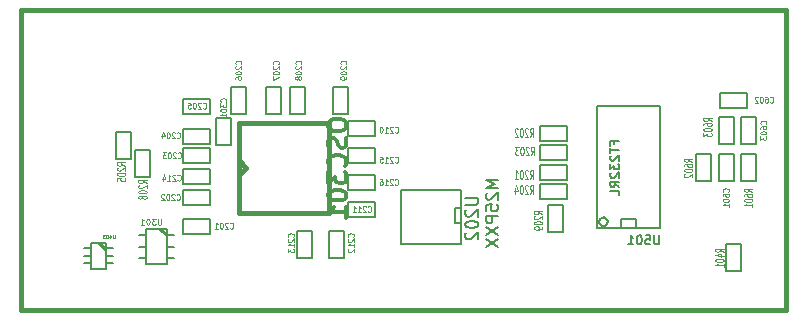
<source format=gbo>
G04 (created by PCBNEW-RS274X (2012-01-19 BZR 3256)-stable) date Wed 20 Feb 2013 03:59:13 PM COT*
G01*
G70*
G90*
%MOIN*%
G04 Gerber Fmt 3.4, Leading zero omitted, Abs format*
%FSLAX34Y34*%
G04 APERTURE LIST*
%ADD10C,0.006000*%
%ADD11C,0.015000*%
%ADD12C,0.005000*%
%ADD13C,0.004500*%
%ADD14C,0.012000*%
%ADD15C,0.002400*%
%ADD16C,0.003900*%
G04 APERTURE END LIST*
G54D10*
G54D11*
X44250Y-31250D02*
X44250Y-21250D01*
X69750Y-31250D02*
X44250Y-31250D01*
X69750Y-21250D02*
X69750Y-31250D01*
X44250Y-21250D02*
X69750Y-21250D01*
G54D12*
X61550Y-27550D02*
X62450Y-27550D01*
X62450Y-27550D02*
X62450Y-27050D01*
X62450Y-27050D02*
X61550Y-27050D01*
X61550Y-27050D02*
X61550Y-27550D01*
X47900Y-26200D02*
X47900Y-25300D01*
X47900Y-25300D02*
X47400Y-25300D01*
X47400Y-25300D02*
X47400Y-26200D01*
X47400Y-26200D02*
X47900Y-26200D01*
X48550Y-26800D02*
X48550Y-25900D01*
X48550Y-25900D02*
X48050Y-25900D01*
X48050Y-25900D02*
X48050Y-26800D01*
X48050Y-26800D02*
X48550Y-26800D01*
X61800Y-27750D02*
X61800Y-28650D01*
X61800Y-28650D02*
X62300Y-28650D01*
X62300Y-28650D02*
X62300Y-27750D01*
X62300Y-27750D02*
X61800Y-27750D01*
X67750Y-29050D02*
X67750Y-29950D01*
X67750Y-29950D02*
X68250Y-29950D01*
X68250Y-29950D02*
X68250Y-29050D01*
X68250Y-29050D02*
X67750Y-29050D01*
X68750Y-26950D02*
X68750Y-26050D01*
X68750Y-26050D02*
X68250Y-26050D01*
X68250Y-26050D02*
X68250Y-26950D01*
X68250Y-26950D02*
X68750Y-26950D01*
X66750Y-26050D02*
X66750Y-26950D01*
X66750Y-26950D02*
X67250Y-26950D01*
X67250Y-26950D02*
X67250Y-26050D01*
X67250Y-26050D02*
X66750Y-26050D01*
X67500Y-24800D02*
X67500Y-25700D01*
X67500Y-25700D02*
X68000Y-25700D01*
X68000Y-25700D02*
X68000Y-24800D01*
X68000Y-24800D02*
X67500Y-24800D01*
X68250Y-24800D02*
X68250Y-25700D01*
X68250Y-25700D02*
X68750Y-25700D01*
X68750Y-25700D02*
X68750Y-24800D01*
X68750Y-24800D02*
X68250Y-24800D01*
X67550Y-24500D02*
X68450Y-24500D01*
X68450Y-24500D02*
X68450Y-24000D01*
X68450Y-24000D02*
X67550Y-24000D01*
X67550Y-24000D02*
X67550Y-24500D01*
X67500Y-26050D02*
X67500Y-26950D01*
X67500Y-26950D02*
X68000Y-26950D01*
X68000Y-26950D02*
X68000Y-26050D01*
X68000Y-26050D02*
X67500Y-26050D01*
X50550Y-28200D02*
X49650Y-28200D01*
X49650Y-28200D02*
X49650Y-28700D01*
X49650Y-28700D02*
X50550Y-28700D01*
X50550Y-28700D02*
X50550Y-28200D01*
X50550Y-27250D02*
X49650Y-27250D01*
X49650Y-27250D02*
X49650Y-27750D01*
X49650Y-27750D02*
X50550Y-27750D01*
X50550Y-27750D02*
X50550Y-27250D01*
X50550Y-25850D02*
X49650Y-25850D01*
X49650Y-25850D02*
X49650Y-26350D01*
X49650Y-26350D02*
X50550Y-26350D01*
X50550Y-26350D02*
X50550Y-25850D01*
X50550Y-25200D02*
X49650Y-25200D01*
X49650Y-25200D02*
X49650Y-25700D01*
X49650Y-25700D02*
X50550Y-25700D01*
X50550Y-25700D02*
X50550Y-25200D01*
X50550Y-24200D02*
X49650Y-24200D01*
X49650Y-24200D02*
X49650Y-24700D01*
X49650Y-24700D02*
X50550Y-24700D01*
X50550Y-24700D02*
X50550Y-24200D01*
X51250Y-23800D02*
X51250Y-24700D01*
X51250Y-24700D02*
X51750Y-24700D01*
X51750Y-24700D02*
X51750Y-23800D01*
X51750Y-23800D02*
X51250Y-23800D01*
X52400Y-23800D02*
X52400Y-24700D01*
X52400Y-24700D02*
X52900Y-24700D01*
X52900Y-24700D02*
X52900Y-23800D01*
X52900Y-23800D02*
X52400Y-23800D01*
X53200Y-23800D02*
X53200Y-24700D01*
X53200Y-24700D02*
X53700Y-24700D01*
X53700Y-24700D02*
X53700Y-23800D01*
X53700Y-23800D02*
X53200Y-23800D01*
X54650Y-23800D02*
X54650Y-24700D01*
X54650Y-24700D02*
X55150Y-24700D01*
X55150Y-24700D02*
X55150Y-23800D01*
X55150Y-23800D02*
X54650Y-23800D01*
X56050Y-24950D02*
X55150Y-24950D01*
X55150Y-24950D02*
X55150Y-25450D01*
X55150Y-25450D02*
X56050Y-25450D01*
X56050Y-25450D02*
X56050Y-24950D01*
X56050Y-27650D02*
X55150Y-27650D01*
X55150Y-27650D02*
X55150Y-28150D01*
X55150Y-28150D02*
X56050Y-28150D01*
X56050Y-28150D02*
X56050Y-27650D01*
X55000Y-29500D02*
X55000Y-28600D01*
X55000Y-28600D02*
X54500Y-28600D01*
X54500Y-28600D02*
X54500Y-29500D01*
X54500Y-29500D02*
X55000Y-29500D01*
X53950Y-29500D02*
X53950Y-28600D01*
X53950Y-28600D02*
X53450Y-28600D01*
X53450Y-28600D02*
X53450Y-29500D01*
X53450Y-29500D02*
X53950Y-29500D01*
X50550Y-26550D02*
X49650Y-26550D01*
X49650Y-26550D02*
X49650Y-27050D01*
X49650Y-27050D02*
X50550Y-27050D01*
X50550Y-27050D02*
X50550Y-26550D01*
X56050Y-25850D02*
X55150Y-25850D01*
X55150Y-25850D02*
X55150Y-26350D01*
X55150Y-26350D02*
X56050Y-26350D01*
X56050Y-26350D02*
X56050Y-25850D01*
X56050Y-26750D02*
X55150Y-26750D01*
X55150Y-26750D02*
X55150Y-27250D01*
X55150Y-27250D02*
X56050Y-27250D01*
X56050Y-27250D02*
X56050Y-26750D01*
X58900Y-27250D02*
X56900Y-27250D01*
X56900Y-27250D02*
X56900Y-29050D01*
X56900Y-29050D02*
X58900Y-29050D01*
X58900Y-29050D02*
X58900Y-27250D01*
X58900Y-27850D02*
X58700Y-27850D01*
X58700Y-27850D02*
X58700Y-28350D01*
X58700Y-28350D02*
X58900Y-28350D01*
X61550Y-26900D02*
X62450Y-26900D01*
X62450Y-26900D02*
X62450Y-26400D01*
X62450Y-26400D02*
X61550Y-26400D01*
X61550Y-26400D02*
X61550Y-26900D01*
X61550Y-25600D02*
X62450Y-25600D01*
X62450Y-25600D02*
X62450Y-25100D01*
X62450Y-25100D02*
X61550Y-25100D01*
X61550Y-25100D02*
X61550Y-25600D01*
X61550Y-26250D02*
X62450Y-26250D01*
X62450Y-26250D02*
X62450Y-25750D01*
X62450Y-25750D02*
X61550Y-25750D01*
X61550Y-25750D02*
X61550Y-26250D01*
X51250Y-25750D02*
X51250Y-24850D01*
X51250Y-24850D02*
X50750Y-24850D01*
X50750Y-24850D02*
X50750Y-25750D01*
X50750Y-25750D02*
X51250Y-25750D01*
G54D11*
X51500Y-26250D02*
X51750Y-26500D01*
X51750Y-26500D02*
X51500Y-26750D01*
X51500Y-26250D02*
X51500Y-26750D01*
X51500Y-25000D02*
X51500Y-28000D01*
X51500Y-28000D02*
X54500Y-28000D01*
X54500Y-28000D02*
X54500Y-25000D01*
X54500Y-25000D02*
X51500Y-25000D01*
G54D12*
X63791Y-28300D02*
X63788Y-28327D01*
X63780Y-28353D01*
X63767Y-28378D01*
X63750Y-28399D01*
X63728Y-28416D01*
X63704Y-28429D01*
X63678Y-28438D01*
X63650Y-28440D01*
X63624Y-28438D01*
X63598Y-28430D01*
X63573Y-28417D01*
X63552Y-28400D01*
X63534Y-28379D01*
X63521Y-28355D01*
X63513Y-28329D01*
X63510Y-28301D01*
X63512Y-28275D01*
X63519Y-28249D01*
X63532Y-28224D01*
X63549Y-28203D01*
X63570Y-28185D01*
X63594Y-28171D01*
X63620Y-28163D01*
X63648Y-28160D01*
X63674Y-28162D01*
X63700Y-28169D01*
X63725Y-28181D01*
X63747Y-28198D01*
X63765Y-28219D01*
X63778Y-28243D01*
X63787Y-28269D01*
X63790Y-28297D01*
X63791Y-28300D01*
X64750Y-28500D02*
X64750Y-28200D01*
X64750Y-28200D02*
X64250Y-28200D01*
X64250Y-28200D02*
X64250Y-28500D01*
X63450Y-24450D02*
X63450Y-28500D01*
X65550Y-28500D02*
X65550Y-24450D01*
X65550Y-28500D02*
X63450Y-28500D01*
X65550Y-24450D02*
X63450Y-24450D01*
X46555Y-29440D02*
X46335Y-29440D01*
X47065Y-29265D02*
X46805Y-29005D01*
X47065Y-29205D02*
X46870Y-29005D01*
X46555Y-29695D02*
X46335Y-29695D01*
X46555Y-29185D02*
X46335Y-29185D01*
X47065Y-29440D02*
X47285Y-29440D01*
X47065Y-29695D02*
X47285Y-29695D01*
X47065Y-29185D02*
X47285Y-29185D01*
X46555Y-29005D02*
X46555Y-29875D01*
X46555Y-29875D02*
X47065Y-29875D01*
X47065Y-29875D02*
X47065Y-29005D01*
X47065Y-29005D02*
X46555Y-29005D01*
X49085Y-29721D02*
X49085Y-28539D01*
X49085Y-28539D02*
X48415Y-28539D01*
X48415Y-28539D02*
X48415Y-29721D01*
X48415Y-29721D02*
X49085Y-29721D01*
X49084Y-28795D02*
X48829Y-28540D01*
X49084Y-28735D02*
X48889Y-28540D01*
X48412Y-29130D02*
X48152Y-29130D01*
X48412Y-29505D02*
X48152Y-29505D01*
X48412Y-28755D02*
X48152Y-28755D01*
X49088Y-29130D02*
X49348Y-29130D01*
X49088Y-29505D02*
X49348Y-29505D01*
X49088Y-28755D02*
X49348Y-28755D01*
G54D13*
X61200Y-27363D02*
X61260Y-27230D01*
X61303Y-27363D02*
X61303Y-27083D01*
X61235Y-27083D01*
X61217Y-27097D01*
X61209Y-27110D01*
X61200Y-27137D01*
X61200Y-27177D01*
X61209Y-27203D01*
X61217Y-27217D01*
X61235Y-27230D01*
X61303Y-27230D01*
X61132Y-27110D02*
X61123Y-27097D01*
X61106Y-27083D01*
X61063Y-27083D01*
X61046Y-27097D01*
X61037Y-27110D01*
X61029Y-27137D01*
X61029Y-27163D01*
X61037Y-27203D01*
X61140Y-27363D01*
X61029Y-27363D01*
X60918Y-27083D02*
X60901Y-27083D01*
X60884Y-27097D01*
X60875Y-27110D01*
X60866Y-27137D01*
X60858Y-27190D01*
X60858Y-27257D01*
X60866Y-27310D01*
X60875Y-27337D01*
X60884Y-27350D01*
X60901Y-27363D01*
X60918Y-27363D01*
X60935Y-27350D01*
X60944Y-27337D01*
X60952Y-27310D01*
X60961Y-27257D01*
X60961Y-27190D01*
X60952Y-27137D01*
X60944Y-27110D01*
X60935Y-27097D01*
X60918Y-27083D01*
X60704Y-27177D02*
X60704Y-27363D01*
X60747Y-27070D02*
X60790Y-27270D01*
X60678Y-27270D01*
X47713Y-26430D02*
X47580Y-26370D01*
X47713Y-26327D02*
X47433Y-26327D01*
X47433Y-26395D01*
X47447Y-26413D01*
X47460Y-26421D01*
X47487Y-26430D01*
X47527Y-26430D01*
X47553Y-26421D01*
X47567Y-26413D01*
X47580Y-26395D01*
X47580Y-26327D01*
X47460Y-26498D02*
X47447Y-26507D01*
X47433Y-26524D01*
X47433Y-26567D01*
X47447Y-26584D01*
X47460Y-26593D01*
X47487Y-26601D01*
X47513Y-26601D01*
X47553Y-26593D01*
X47713Y-26490D01*
X47713Y-26601D01*
X47433Y-26712D02*
X47433Y-26729D01*
X47447Y-26746D01*
X47460Y-26755D01*
X47487Y-26764D01*
X47540Y-26772D01*
X47607Y-26772D01*
X47660Y-26764D01*
X47687Y-26755D01*
X47700Y-26746D01*
X47713Y-26729D01*
X47713Y-26712D01*
X47700Y-26695D01*
X47687Y-26686D01*
X47660Y-26678D01*
X47607Y-26669D01*
X47540Y-26669D01*
X47487Y-26678D01*
X47460Y-26686D01*
X47447Y-26695D01*
X47433Y-26712D01*
X47433Y-26935D02*
X47433Y-26849D01*
X47567Y-26840D01*
X47553Y-26849D01*
X47540Y-26866D01*
X47540Y-26909D01*
X47553Y-26926D01*
X47567Y-26935D01*
X47593Y-26943D01*
X47660Y-26943D01*
X47687Y-26935D01*
X47700Y-26926D01*
X47713Y-26909D01*
X47713Y-26866D01*
X47700Y-26849D01*
X47687Y-26840D01*
X48423Y-27020D02*
X48290Y-26960D01*
X48423Y-26917D02*
X48143Y-26917D01*
X48143Y-26985D01*
X48157Y-27003D01*
X48170Y-27011D01*
X48197Y-27020D01*
X48237Y-27020D01*
X48263Y-27011D01*
X48277Y-27003D01*
X48290Y-26985D01*
X48290Y-26917D01*
X48170Y-27088D02*
X48157Y-27097D01*
X48143Y-27114D01*
X48143Y-27157D01*
X48157Y-27174D01*
X48170Y-27183D01*
X48197Y-27191D01*
X48223Y-27191D01*
X48263Y-27183D01*
X48423Y-27080D01*
X48423Y-27191D01*
X48143Y-27302D02*
X48143Y-27319D01*
X48157Y-27336D01*
X48170Y-27345D01*
X48197Y-27354D01*
X48250Y-27362D01*
X48317Y-27362D01*
X48370Y-27354D01*
X48397Y-27345D01*
X48410Y-27336D01*
X48423Y-27319D01*
X48423Y-27302D01*
X48410Y-27285D01*
X48397Y-27276D01*
X48370Y-27268D01*
X48317Y-27259D01*
X48250Y-27259D01*
X48197Y-27268D01*
X48170Y-27276D01*
X48157Y-27285D01*
X48143Y-27302D01*
X48263Y-27465D02*
X48250Y-27447D01*
X48237Y-27439D01*
X48210Y-27430D01*
X48197Y-27430D01*
X48170Y-27439D01*
X48157Y-27447D01*
X48143Y-27465D01*
X48143Y-27499D01*
X48157Y-27516D01*
X48170Y-27525D01*
X48197Y-27533D01*
X48210Y-27533D01*
X48237Y-27525D01*
X48250Y-27516D01*
X48263Y-27499D01*
X48263Y-27465D01*
X48277Y-27447D01*
X48290Y-27439D01*
X48317Y-27430D01*
X48370Y-27430D01*
X48397Y-27439D01*
X48410Y-27447D01*
X48423Y-27465D01*
X48423Y-27499D01*
X48410Y-27516D01*
X48397Y-27525D01*
X48370Y-27533D01*
X48317Y-27533D01*
X48290Y-27525D01*
X48277Y-27516D01*
X48263Y-27499D01*
X61613Y-28050D02*
X61480Y-27990D01*
X61613Y-27947D02*
X61333Y-27947D01*
X61333Y-28015D01*
X61347Y-28033D01*
X61360Y-28041D01*
X61387Y-28050D01*
X61427Y-28050D01*
X61453Y-28041D01*
X61467Y-28033D01*
X61480Y-28015D01*
X61480Y-27947D01*
X61360Y-28118D02*
X61347Y-28127D01*
X61333Y-28144D01*
X61333Y-28187D01*
X61347Y-28204D01*
X61360Y-28213D01*
X61387Y-28221D01*
X61413Y-28221D01*
X61453Y-28213D01*
X61613Y-28110D01*
X61613Y-28221D01*
X61333Y-28332D02*
X61333Y-28349D01*
X61347Y-28366D01*
X61360Y-28375D01*
X61387Y-28384D01*
X61440Y-28392D01*
X61507Y-28392D01*
X61560Y-28384D01*
X61587Y-28375D01*
X61600Y-28366D01*
X61613Y-28349D01*
X61613Y-28332D01*
X61600Y-28315D01*
X61587Y-28306D01*
X61560Y-28298D01*
X61507Y-28289D01*
X61440Y-28289D01*
X61387Y-28298D01*
X61360Y-28306D01*
X61347Y-28315D01*
X61333Y-28332D01*
X61613Y-28477D02*
X61613Y-28512D01*
X61600Y-28529D01*
X61587Y-28537D01*
X61547Y-28555D01*
X61493Y-28563D01*
X61387Y-28563D01*
X61360Y-28555D01*
X61347Y-28546D01*
X61333Y-28529D01*
X61333Y-28495D01*
X61347Y-28477D01*
X61360Y-28469D01*
X61387Y-28460D01*
X61453Y-28460D01*
X61480Y-28469D01*
X61493Y-28477D01*
X61507Y-28495D01*
X61507Y-28529D01*
X61493Y-28546D01*
X61480Y-28555D01*
X61453Y-28563D01*
X67663Y-29300D02*
X67530Y-29240D01*
X67663Y-29197D02*
X67383Y-29197D01*
X67383Y-29265D01*
X67397Y-29283D01*
X67410Y-29291D01*
X67437Y-29300D01*
X67477Y-29300D01*
X67503Y-29291D01*
X67517Y-29283D01*
X67530Y-29265D01*
X67530Y-29197D01*
X67477Y-29454D02*
X67663Y-29454D01*
X67370Y-29411D02*
X67570Y-29368D01*
X67570Y-29480D01*
X67383Y-29582D02*
X67383Y-29599D01*
X67397Y-29616D01*
X67410Y-29625D01*
X67437Y-29634D01*
X67490Y-29642D01*
X67557Y-29642D01*
X67610Y-29634D01*
X67637Y-29625D01*
X67650Y-29616D01*
X67663Y-29599D01*
X67663Y-29582D01*
X67650Y-29565D01*
X67637Y-29556D01*
X67610Y-29548D01*
X67557Y-29539D01*
X67490Y-29539D01*
X67437Y-29548D01*
X67410Y-29556D01*
X67397Y-29565D01*
X67383Y-29582D01*
X67663Y-29813D02*
X67663Y-29710D01*
X67663Y-29762D02*
X67383Y-29762D01*
X67423Y-29745D01*
X67450Y-29727D01*
X67463Y-29710D01*
X68613Y-27300D02*
X68480Y-27240D01*
X68613Y-27197D02*
X68333Y-27197D01*
X68333Y-27265D01*
X68347Y-27283D01*
X68360Y-27291D01*
X68387Y-27300D01*
X68427Y-27300D01*
X68453Y-27291D01*
X68467Y-27283D01*
X68480Y-27265D01*
X68480Y-27197D01*
X68333Y-27454D02*
X68333Y-27420D01*
X68347Y-27403D01*
X68360Y-27394D01*
X68400Y-27377D01*
X68453Y-27368D01*
X68560Y-27368D01*
X68587Y-27377D01*
X68600Y-27385D01*
X68613Y-27403D01*
X68613Y-27437D01*
X68600Y-27454D01*
X68587Y-27463D01*
X68560Y-27471D01*
X68493Y-27471D01*
X68467Y-27463D01*
X68453Y-27454D01*
X68440Y-27437D01*
X68440Y-27403D01*
X68453Y-27385D01*
X68467Y-27377D01*
X68493Y-27368D01*
X68333Y-27582D02*
X68333Y-27599D01*
X68347Y-27616D01*
X68360Y-27625D01*
X68387Y-27634D01*
X68440Y-27642D01*
X68507Y-27642D01*
X68560Y-27634D01*
X68587Y-27625D01*
X68600Y-27616D01*
X68613Y-27599D01*
X68613Y-27582D01*
X68600Y-27565D01*
X68587Y-27556D01*
X68560Y-27548D01*
X68507Y-27539D01*
X68440Y-27539D01*
X68387Y-27548D01*
X68360Y-27556D01*
X68347Y-27565D01*
X68333Y-27582D01*
X68613Y-27813D02*
X68613Y-27710D01*
X68613Y-27762D02*
X68333Y-27762D01*
X68373Y-27745D01*
X68400Y-27727D01*
X68413Y-27710D01*
X66613Y-26300D02*
X66480Y-26240D01*
X66613Y-26197D02*
X66333Y-26197D01*
X66333Y-26265D01*
X66347Y-26283D01*
X66360Y-26291D01*
X66387Y-26300D01*
X66427Y-26300D01*
X66453Y-26291D01*
X66467Y-26283D01*
X66480Y-26265D01*
X66480Y-26197D01*
X66333Y-26454D02*
X66333Y-26420D01*
X66347Y-26403D01*
X66360Y-26394D01*
X66400Y-26377D01*
X66453Y-26368D01*
X66560Y-26368D01*
X66587Y-26377D01*
X66600Y-26385D01*
X66613Y-26403D01*
X66613Y-26437D01*
X66600Y-26454D01*
X66587Y-26463D01*
X66560Y-26471D01*
X66493Y-26471D01*
X66467Y-26463D01*
X66453Y-26454D01*
X66440Y-26437D01*
X66440Y-26403D01*
X66453Y-26385D01*
X66467Y-26377D01*
X66493Y-26368D01*
X66333Y-26582D02*
X66333Y-26599D01*
X66347Y-26616D01*
X66360Y-26625D01*
X66387Y-26634D01*
X66440Y-26642D01*
X66507Y-26642D01*
X66560Y-26634D01*
X66587Y-26625D01*
X66600Y-26616D01*
X66613Y-26599D01*
X66613Y-26582D01*
X66600Y-26565D01*
X66587Y-26556D01*
X66560Y-26548D01*
X66507Y-26539D01*
X66440Y-26539D01*
X66387Y-26548D01*
X66360Y-26556D01*
X66347Y-26565D01*
X66333Y-26582D01*
X66360Y-26710D02*
X66347Y-26719D01*
X66333Y-26736D01*
X66333Y-26779D01*
X66347Y-26796D01*
X66360Y-26805D01*
X66387Y-26813D01*
X66413Y-26813D01*
X66453Y-26805D01*
X66613Y-26702D01*
X66613Y-26813D01*
X67263Y-24940D02*
X67130Y-24880D01*
X67263Y-24837D02*
X66983Y-24837D01*
X66983Y-24905D01*
X66997Y-24923D01*
X67010Y-24931D01*
X67037Y-24940D01*
X67077Y-24940D01*
X67103Y-24931D01*
X67117Y-24923D01*
X67130Y-24905D01*
X67130Y-24837D01*
X66983Y-25094D02*
X66983Y-25060D01*
X66997Y-25043D01*
X67010Y-25034D01*
X67050Y-25017D01*
X67103Y-25008D01*
X67210Y-25008D01*
X67237Y-25017D01*
X67250Y-25025D01*
X67263Y-25043D01*
X67263Y-25077D01*
X67250Y-25094D01*
X67237Y-25103D01*
X67210Y-25111D01*
X67143Y-25111D01*
X67117Y-25103D01*
X67103Y-25094D01*
X67090Y-25077D01*
X67090Y-25043D01*
X67103Y-25025D01*
X67117Y-25017D01*
X67143Y-25008D01*
X66983Y-25222D02*
X66983Y-25239D01*
X66997Y-25256D01*
X67010Y-25265D01*
X67037Y-25274D01*
X67090Y-25282D01*
X67157Y-25282D01*
X67210Y-25274D01*
X67237Y-25265D01*
X67250Y-25256D01*
X67263Y-25239D01*
X67263Y-25222D01*
X67250Y-25205D01*
X67237Y-25196D01*
X67210Y-25188D01*
X67157Y-25179D01*
X67090Y-25179D01*
X67037Y-25188D01*
X67010Y-25196D01*
X66997Y-25205D01*
X66983Y-25222D01*
X66983Y-25342D02*
X66983Y-25453D01*
X67090Y-25393D01*
X67090Y-25419D01*
X67103Y-25436D01*
X67117Y-25445D01*
X67143Y-25453D01*
X67210Y-25453D01*
X67237Y-25445D01*
X67250Y-25436D01*
X67263Y-25419D01*
X67263Y-25367D01*
X67250Y-25350D01*
X67237Y-25342D01*
X69062Y-25050D02*
X69071Y-25041D01*
X69081Y-25015D01*
X69081Y-24998D01*
X69071Y-24973D01*
X69052Y-24955D01*
X69033Y-24947D01*
X68995Y-24938D01*
X68967Y-24938D01*
X68929Y-24947D01*
X68910Y-24955D01*
X68890Y-24973D01*
X68881Y-24998D01*
X68881Y-25015D01*
X68890Y-25041D01*
X68900Y-25050D01*
X68881Y-25204D02*
X68881Y-25170D01*
X68890Y-25153D01*
X68900Y-25144D01*
X68929Y-25127D01*
X68967Y-25118D01*
X69043Y-25118D01*
X69062Y-25127D01*
X69071Y-25135D01*
X69081Y-25153D01*
X69081Y-25187D01*
X69071Y-25204D01*
X69062Y-25213D01*
X69043Y-25221D01*
X68995Y-25221D01*
X68976Y-25213D01*
X68967Y-25204D01*
X68957Y-25187D01*
X68957Y-25153D01*
X68967Y-25135D01*
X68976Y-25127D01*
X68995Y-25118D01*
X68881Y-25332D02*
X68881Y-25349D01*
X68890Y-25366D01*
X68900Y-25375D01*
X68919Y-25384D01*
X68957Y-25392D01*
X69005Y-25392D01*
X69043Y-25384D01*
X69062Y-25375D01*
X69071Y-25366D01*
X69081Y-25349D01*
X69081Y-25332D01*
X69071Y-25315D01*
X69062Y-25306D01*
X69043Y-25298D01*
X69005Y-25289D01*
X68957Y-25289D01*
X68919Y-25298D01*
X68900Y-25306D01*
X68890Y-25315D01*
X68881Y-25332D01*
X68881Y-25452D02*
X68881Y-25563D01*
X68957Y-25503D01*
X68957Y-25529D01*
X68967Y-25546D01*
X68976Y-25555D01*
X68995Y-25563D01*
X69043Y-25563D01*
X69062Y-25555D01*
X69071Y-25546D01*
X69081Y-25529D01*
X69081Y-25477D01*
X69071Y-25460D01*
X69062Y-25452D01*
X69200Y-24312D02*
X69209Y-24321D01*
X69235Y-24331D01*
X69252Y-24331D01*
X69277Y-24321D01*
X69295Y-24302D01*
X69303Y-24283D01*
X69312Y-24245D01*
X69312Y-24217D01*
X69303Y-24179D01*
X69295Y-24160D01*
X69277Y-24140D01*
X69252Y-24131D01*
X69235Y-24131D01*
X69209Y-24140D01*
X69200Y-24150D01*
X69046Y-24131D02*
X69080Y-24131D01*
X69097Y-24140D01*
X69106Y-24150D01*
X69123Y-24179D01*
X69132Y-24217D01*
X69132Y-24293D01*
X69123Y-24312D01*
X69115Y-24321D01*
X69097Y-24331D01*
X69063Y-24331D01*
X69046Y-24321D01*
X69037Y-24312D01*
X69029Y-24293D01*
X69029Y-24245D01*
X69037Y-24226D01*
X69046Y-24217D01*
X69063Y-24207D01*
X69097Y-24207D01*
X69115Y-24217D01*
X69123Y-24226D01*
X69132Y-24245D01*
X68918Y-24131D02*
X68901Y-24131D01*
X68884Y-24140D01*
X68875Y-24150D01*
X68866Y-24169D01*
X68858Y-24207D01*
X68858Y-24255D01*
X68866Y-24293D01*
X68875Y-24312D01*
X68884Y-24321D01*
X68901Y-24331D01*
X68918Y-24331D01*
X68935Y-24321D01*
X68944Y-24312D01*
X68952Y-24293D01*
X68961Y-24255D01*
X68961Y-24207D01*
X68952Y-24169D01*
X68944Y-24150D01*
X68935Y-24140D01*
X68918Y-24131D01*
X68790Y-24150D02*
X68781Y-24140D01*
X68764Y-24131D01*
X68721Y-24131D01*
X68704Y-24140D01*
X68695Y-24150D01*
X68687Y-24169D01*
X68687Y-24188D01*
X68695Y-24217D01*
X68798Y-24331D01*
X68687Y-24331D01*
X67812Y-27300D02*
X67821Y-27291D01*
X67831Y-27265D01*
X67831Y-27248D01*
X67821Y-27223D01*
X67802Y-27205D01*
X67783Y-27197D01*
X67745Y-27188D01*
X67717Y-27188D01*
X67679Y-27197D01*
X67660Y-27205D01*
X67640Y-27223D01*
X67631Y-27248D01*
X67631Y-27265D01*
X67640Y-27291D01*
X67650Y-27300D01*
X67631Y-27454D02*
X67631Y-27420D01*
X67640Y-27403D01*
X67650Y-27394D01*
X67679Y-27377D01*
X67717Y-27368D01*
X67793Y-27368D01*
X67812Y-27377D01*
X67821Y-27385D01*
X67831Y-27403D01*
X67831Y-27437D01*
X67821Y-27454D01*
X67812Y-27463D01*
X67793Y-27471D01*
X67745Y-27471D01*
X67726Y-27463D01*
X67717Y-27454D01*
X67707Y-27437D01*
X67707Y-27403D01*
X67717Y-27385D01*
X67726Y-27377D01*
X67745Y-27368D01*
X67631Y-27582D02*
X67631Y-27599D01*
X67640Y-27616D01*
X67650Y-27625D01*
X67669Y-27634D01*
X67707Y-27642D01*
X67755Y-27642D01*
X67793Y-27634D01*
X67812Y-27625D01*
X67821Y-27616D01*
X67831Y-27599D01*
X67831Y-27582D01*
X67821Y-27565D01*
X67812Y-27556D01*
X67793Y-27548D01*
X67755Y-27539D01*
X67707Y-27539D01*
X67669Y-27548D01*
X67650Y-27556D01*
X67640Y-27565D01*
X67631Y-27582D01*
X67831Y-27813D02*
X67831Y-27710D01*
X67831Y-27762D02*
X67631Y-27762D01*
X67660Y-27745D01*
X67679Y-27727D01*
X67688Y-27710D01*
X51200Y-28512D02*
X51209Y-28521D01*
X51235Y-28531D01*
X51252Y-28531D01*
X51277Y-28521D01*
X51295Y-28502D01*
X51303Y-28483D01*
X51312Y-28445D01*
X51312Y-28417D01*
X51303Y-28379D01*
X51295Y-28360D01*
X51277Y-28340D01*
X51252Y-28331D01*
X51235Y-28331D01*
X51209Y-28340D01*
X51200Y-28350D01*
X51132Y-28350D02*
X51123Y-28340D01*
X51106Y-28331D01*
X51063Y-28331D01*
X51046Y-28340D01*
X51037Y-28350D01*
X51029Y-28369D01*
X51029Y-28388D01*
X51037Y-28417D01*
X51140Y-28531D01*
X51029Y-28531D01*
X50918Y-28331D02*
X50901Y-28331D01*
X50884Y-28340D01*
X50875Y-28350D01*
X50866Y-28369D01*
X50858Y-28407D01*
X50858Y-28455D01*
X50866Y-28493D01*
X50875Y-28512D01*
X50884Y-28521D01*
X50901Y-28531D01*
X50918Y-28531D01*
X50935Y-28521D01*
X50944Y-28512D01*
X50952Y-28493D01*
X50961Y-28455D01*
X50961Y-28407D01*
X50952Y-28369D01*
X50944Y-28350D01*
X50935Y-28340D01*
X50918Y-28331D01*
X50687Y-28531D02*
X50790Y-28531D01*
X50738Y-28531D02*
X50738Y-28331D01*
X50755Y-28360D01*
X50773Y-28379D01*
X50790Y-28388D01*
X49420Y-27562D02*
X49429Y-27571D01*
X49455Y-27581D01*
X49472Y-27581D01*
X49497Y-27571D01*
X49515Y-27552D01*
X49523Y-27533D01*
X49532Y-27495D01*
X49532Y-27467D01*
X49523Y-27429D01*
X49515Y-27410D01*
X49497Y-27390D01*
X49472Y-27381D01*
X49455Y-27381D01*
X49429Y-27390D01*
X49420Y-27400D01*
X49352Y-27400D02*
X49343Y-27390D01*
X49326Y-27381D01*
X49283Y-27381D01*
X49266Y-27390D01*
X49257Y-27400D01*
X49249Y-27419D01*
X49249Y-27438D01*
X49257Y-27467D01*
X49360Y-27581D01*
X49249Y-27581D01*
X49138Y-27381D02*
X49121Y-27381D01*
X49104Y-27390D01*
X49095Y-27400D01*
X49086Y-27419D01*
X49078Y-27457D01*
X49078Y-27505D01*
X49086Y-27543D01*
X49095Y-27562D01*
X49104Y-27571D01*
X49121Y-27581D01*
X49138Y-27581D01*
X49155Y-27571D01*
X49164Y-27562D01*
X49172Y-27543D01*
X49181Y-27505D01*
X49181Y-27457D01*
X49172Y-27419D01*
X49164Y-27400D01*
X49155Y-27390D01*
X49138Y-27381D01*
X49010Y-27400D02*
X49001Y-27390D01*
X48984Y-27381D01*
X48941Y-27381D01*
X48924Y-27390D01*
X48915Y-27400D01*
X48907Y-27419D01*
X48907Y-27438D01*
X48915Y-27467D01*
X49018Y-27581D01*
X48907Y-27581D01*
X49470Y-26172D02*
X49479Y-26181D01*
X49505Y-26191D01*
X49522Y-26191D01*
X49547Y-26181D01*
X49565Y-26162D01*
X49573Y-26143D01*
X49582Y-26105D01*
X49582Y-26077D01*
X49573Y-26039D01*
X49565Y-26020D01*
X49547Y-26000D01*
X49522Y-25991D01*
X49505Y-25991D01*
X49479Y-26000D01*
X49470Y-26010D01*
X49402Y-26010D02*
X49393Y-26000D01*
X49376Y-25991D01*
X49333Y-25991D01*
X49316Y-26000D01*
X49307Y-26010D01*
X49299Y-26029D01*
X49299Y-26048D01*
X49307Y-26077D01*
X49410Y-26191D01*
X49299Y-26191D01*
X49188Y-25991D02*
X49171Y-25991D01*
X49154Y-26000D01*
X49145Y-26010D01*
X49136Y-26029D01*
X49128Y-26067D01*
X49128Y-26115D01*
X49136Y-26153D01*
X49145Y-26172D01*
X49154Y-26181D01*
X49171Y-26191D01*
X49188Y-26191D01*
X49205Y-26181D01*
X49214Y-26172D01*
X49222Y-26153D01*
X49231Y-26115D01*
X49231Y-26067D01*
X49222Y-26029D01*
X49214Y-26010D01*
X49205Y-26000D01*
X49188Y-25991D01*
X49068Y-25991D02*
X48957Y-25991D01*
X49017Y-26067D01*
X48991Y-26067D01*
X48974Y-26077D01*
X48965Y-26086D01*
X48957Y-26105D01*
X48957Y-26153D01*
X48965Y-26172D01*
X48974Y-26181D01*
X48991Y-26191D01*
X49043Y-26191D01*
X49060Y-26181D01*
X49068Y-26172D01*
X49430Y-25502D02*
X49439Y-25511D01*
X49465Y-25521D01*
X49482Y-25521D01*
X49507Y-25511D01*
X49525Y-25492D01*
X49533Y-25473D01*
X49542Y-25435D01*
X49542Y-25407D01*
X49533Y-25369D01*
X49525Y-25350D01*
X49507Y-25330D01*
X49482Y-25321D01*
X49465Y-25321D01*
X49439Y-25330D01*
X49430Y-25340D01*
X49362Y-25340D02*
X49353Y-25330D01*
X49336Y-25321D01*
X49293Y-25321D01*
X49276Y-25330D01*
X49267Y-25340D01*
X49259Y-25359D01*
X49259Y-25378D01*
X49267Y-25407D01*
X49370Y-25521D01*
X49259Y-25521D01*
X49148Y-25321D02*
X49131Y-25321D01*
X49114Y-25330D01*
X49105Y-25340D01*
X49096Y-25359D01*
X49088Y-25397D01*
X49088Y-25445D01*
X49096Y-25483D01*
X49105Y-25502D01*
X49114Y-25511D01*
X49131Y-25521D01*
X49148Y-25521D01*
X49165Y-25511D01*
X49174Y-25502D01*
X49182Y-25483D01*
X49191Y-25445D01*
X49191Y-25397D01*
X49182Y-25359D01*
X49174Y-25340D01*
X49165Y-25330D01*
X49148Y-25321D01*
X48934Y-25388D02*
X48934Y-25521D01*
X48977Y-25311D02*
X49020Y-25454D01*
X48908Y-25454D01*
X50300Y-24512D02*
X50309Y-24521D01*
X50335Y-24531D01*
X50352Y-24531D01*
X50377Y-24521D01*
X50395Y-24502D01*
X50403Y-24483D01*
X50412Y-24445D01*
X50412Y-24417D01*
X50403Y-24379D01*
X50395Y-24360D01*
X50377Y-24340D01*
X50352Y-24331D01*
X50335Y-24331D01*
X50309Y-24340D01*
X50300Y-24350D01*
X50232Y-24350D02*
X50223Y-24340D01*
X50206Y-24331D01*
X50163Y-24331D01*
X50146Y-24340D01*
X50137Y-24350D01*
X50129Y-24369D01*
X50129Y-24388D01*
X50137Y-24417D01*
X50240Y-24531D01*
X50129Y-24531D01*
X50018Y-24331D02*
X50001Y-24331D01*
X49984Y-24340D01*
X49975Y-24350D01*
X49966Y-24369D01*
X49958Y-24407D01*
X49958Y-24455D01*
X49966Y-24493D01*
X49975Y-24512D01*
X49984Y-24521D01*
X50001Y-24531D01*
X50018Y-24531D01*
X50035Y-24521D01*
X50044Y-24512D01*
X50052Y-24493D01*
X50061Y-24455D01*
X50061Y-24407D01*
X50052Y-24369D01*
X50044Y-24350D01*
X50035Y-24340D01*
X50018Y-24331D01*
X49795Y-24331D02*
X49881Y-24331D01*
X49890Y-24426D01*
X49881Y-24417D01*
X49864Y-24407D01*
X49821Y-24407D01*
X49804Y-24417D01*
X49795Y-24426D01*
X49787Y-24445D01*
X49787Y-24493D01*
X49795Y-24512D01*
X49804Y-24521D01*
X49821Y-24531D01*
X49864Y-24531D01*
X49881Y-24521D01*
X49890Y-24512D01*
X51562Y-23050D02*
X51571Y-23041D01*
X51581Y-23015D01*
X51581Y-22998D01*
X51571Y-22973D01*
X51552Y-22955D01*
X51533Y-22947D01*
X51495Y-22938D01*
X51467Y-22938D01*
X51429Y-22947D01*
X51410Y-22955D01*
X51390Y-22973D01*
X51381Y-22998D01*
X51381Y-23015D01*
X51390Y-23041D01*
X51400Y-23050D01*
X51400Y-23118D02*
X51390Y-23127D01*
X51381Y-23144D01*
X51381Y-23187D01*
X51390Y-23204D01*
X51400Y-23213D01*
X51419Y-23221D01*
X51438Y-23221D01*
X51467Y-23213D01*
X51581Y-23110D01*
X51581Y-23221D01*
X51381Y-23332D02*
X51381Y-23349D01*
X51390Y-23366D01*
X51400Y-23375D01*
X51419Y-23384D01*
X51457Y-23392D01*
X51505Y-23392D01*
X51543Y-23384D01*
X51562Y-23375D01*
X51571Y-23366D01*
X51581Y-23349D01*
X51581Y-23332D01*
X51571Y-23315D01*
X51562Y-23306D01*
X51543Y-23298D01*
X51505Y-23289D01*
X51457Y-23289D01*
X51419Y-23298D01*
X51400Y-23306D01*
X51390Y-23315D01*
X51381Y-23332D01*
X51381Y-23546D02*
X51381Y-23512D01*
X51390Y-23495D01*
X51400Y-23486D01*
X51429Y-23469D01*
X51467Y-23460D01*
X51543Y-23460D01*
X51562Y-23469D01*
X51571Y-23477D01*
X51581Y-23495D01*
X51581Y-23529D01*
X51571Y-23546D01*
X51562Y-23555D01*
X51543Y-23563D01*
X51495Y-23563D01*
X51476Y-23555D01*
X51467Y-23546D01*
X51457Y-23529D01*
X51457Y-23495D01*
X51467Y-23477D01*
X51476Y-23469D01*
X51495Y-23460D01*
X52812Y-23050D02*
X52821Y-23041D01*
X52831Y-23015D01*
X52831Y-22998D01*
X52821Y-22973D01*
X52802Y-22955D01*
X52783Y-22947D01*
X52745Y-22938D01*
X52717Y-22938D01*
X52679Y-22947D01*
X52660Y-22955D01*
X52640Y-22973D01*
X52631Y-22998D01*
X52631Y-23015D01*
X52640Y-23041D01*
X52650Y-23050D01*
X52650Y-23118D02*
X52640Y-23127D01*
X52631Y-23144D01*
X52631Y-23187D01*
X52640Y-23204D01*
X52650Y-23213D01*
X52669Y-23221D01*
X52688Y-23221D01*
X52717Y-23213D01*
X52831Y-23110D01*
X52831Y-23221D01*
X52631Y-23332D02*
X52631Y-23349D01*
X52640Y-23366D01*
X52650Y-23375D01*
X52669Y-23384D01*
X52707Y-23392D01*
X52755Y-23392D01*
X52793Y-23384D01*
X52812Y-23375D01*
X52821Y-23366D01*
X52831Y-23349D01*
X52831Y-23332D01*
X52821Y-23315D01*
X52812Y-23306D01*
X52793Y-23298D01*
X52755Y-23289D01*
X52707Y-23289D01*
X52669Y-23298D01*
X52650Y-23306D01*
X52640Y-23315D01*
X52631Y-23332D01*
X52631Y-23452D02*
X52631Y-23572D01*
X52831Y-23495D01*
X53562Y-23050D02*
X53571Y-23041D01*
X53581Y-23015D01*
X53581Y-22998D01*
X53571Y-22973D01*
X53552Y-22955D01*
X53533Y-22947D01*
X53495Y-22938D01*
X53467Y-22938D01*
X53429Y-22947D01*
X53410Y-22955D01*
X53390Y-22973D01*
X53381Y-22998D01*
X53381Y-23015D01*
X53390Y-23041D01*
X53400Y-23050D01*
X53400Y-23118D02*
X53390Y-23127D01*
X53381Y-23144D01*
X53381Y-23187D01*
X53390Y-23204D01*
X53400Y-23213D01*
X53419Y-23221D01*
X53438Y-23221D01*
X53467Y-23213D01*
X53581Y-23110D01*
X53581Y-23221D01*
X53381Y-23332D02*
X53381Y-23349D01*
X53390Y-23366D01*
X53400Y-23375D01*
X53419Y-23384D01*
X53457Y-23392D01*
X53505Y-23392D01*
X53543Y-23384D01*
X53562Y-23375D01*
X53571Y-23366D01*
X53581Y-23349D01*
X53581Y-23332D01*
X53571Y-23315D01*
X53562Y-23306D01*
X53543Y-23298D01*
X53505Y-23289D01*
X53457Y-23289D01*
X53419Y-23298D01*
X53400Y-23306D01*
X53390Y-23315D01*
X53381Y-23332D01*
X53467Y-23495D02*
X53457Y-23477D01*
X53448Y-23469D01*
X53429Y-23460D01*
X53419Y-23460D01*
X53400Y-23469D01*
X53390Y-23477D01*
X53381Y-23495D01*
X53381Y-23529D01*
X53390Y-23546D01*
X53400Y-23555D01*
X53419Y-23563D01*
X53429Y-23563D01*
X53448Y-23555D01*
X53457Y-23546D01*
X53467Y-23529D01*
X53467Y-23495D01*
X53476Y-23477D01*
X53486Y-23469D01*
X53505Y-23460D01*
X53543Y-23460D01*
X53562Y-23469D01*
X53571Y-23477D01*
X53581Y-23495D01*
X53581Y-23529D01*
X53571Y-23546D01*
X53562Y-23555D01*
X53543Y-23563D01*
X53505Y-23563D01*
X53486Y-23555D01*
X53476Y-23546D01*
X53467Y-23529D01*
X55062Y-23050D02*
X55071Y-23041D01*
X55081Y-23015D01*
X55081Y-22998D01*
X55071Y-22973D01*
X55052Y-22955D01*
X55033Y-22947D01*
X54995Y-22938D01*
X54967Y-22938D01*
X54929Y-22947D01*
X54910Y-22955D01*
X54890Y-22973D01*
X54881Y-22998D01*
X54881Y-23015D01*
X54890Y-23041D01*
X54900Y-23050D01*
X54900Y-23118D02*
X54890Y-23127D01*
X54881Y-23144D01*
X54881Y-23187D01*
X54890Y-23204D01*
X54900Y-23213D01*
X54919Y-23221D01*
X54938Y-23221D01*
X54967Y-23213D01*
X55081Y-23110D01*
X55081Y-23221D01*
X54881Y-23332D02*
X54881Y-23349D01*
X54890Y-23366D01*
X54900Y-23375D01*
X54919Y-23384D01*
X54957Y-23392D01*
X55005Y-23392D01*
X55043Y-23384D01*
X55062Y-23375D01*
X55071Y-23366D01*
X55081Y-23349D01*
X55081Y-23332D01*
X55071Y-23315D01*
X55062Y-23306D01*
X55043Y-23298D01*
X55005Y-23289D01*
X54957Y-23289D01*
X54919Y-23298D01*
X54900Y-23306D01*
X54890Y-23315D01*
X54881Y-23332D01*
X55081Y-23477D02*
X55081Y-23512D01*
X55071Y-23529D01*
X55062Y-23537D01*
X55033Y-23555D01*
X54995Y-23563D01*
X54919Y-23563D01*
X54900Y-23555D01*
X54890Y-23546D01*
X54881Y-23529D01*
X54881Y-23495D01*
X54890Y-23477D01*
X54900Y-23469D01*
X54919Y-23460D01*
X54967Y-23460D01*
X54986Y-23469D01*
X54995Y-23477D01*
X55005Y-23495D01*
X55005Y-23529D01*
X54995Y-23546D01*
X54986Y-23555D01*
X54967Y-23563D01*
X56700Y-25312D02*
X56709Y-25321D01*
X56735Y-25331D01*
X56752Y-25331D01*
X56777Y-25321D01*
X56795Y-25302D01*
X56803Y-25283D01*
X56812Y-25245D01*
X56812Y-25217D01*
X56803Y-25179D01*
X56795Y-25160D01*
X56777Y-25140D01*
X56752Y-25131D01*
X56735Y-25131D01*
X56709Y-25140D01*
X56700Y-25150D01*
X56632Y-25150D02*
X56623Y-25140D01*
X56606Y-25131D01*
X56563Y-25131D01*
X56546Y-25140D01*
X56537Y-25150D01*
X56529Y-25169D01*
X56529Y-25188D01*
X56537Y-25217D01*
X56640Y-25331D01*
X56529Y-25331D01*
X56358Y-25331D02*
X56461Y-25331D01*
X56409Y-25331D02*
X56409Y-25131D01*
X56426Y-25160D01*
X56444Y-25179D01*
X56461Y-25188D01*
X56247Y-25131D02*
X56230Y-25131D01*
X56213Y-25140D01*
X56204Y-25150D01*
X56195Y-25169D01*
X56187Y-25207D01*
X56187Y-25255D01*
X56195Y-25293D01*
X56204Y-25312D01*
X56213Y-25321D01*
X56230Y-25331D01*
X56247Y-25331D01*
X56264Y-25321D01*
X56273Y-25312D01*
X56281Y-25293D01*
X56290Y-25255D01*
X56290Y-25207D01*
X56281Y-25169D01*
X56273Y-25150D01*
X56264Y-25140D01*
X56247Y-25131D01*
X55800Y-27962D02*
X55809Y-27971D01*
X55835Y-27981D01*
X55852Y-27981D01*
X55877Y-27971D01*
X55895Y-27952D01*
X55903Y-27933D01*
X55912Y-27895D01*
X55912Y-27867D01*
X55903Y-27829D01*
X55895Y-27810D01*
X55877Y-27790D01*
X55852Y-27781D01*
X55835Y-27781D01*
X55809Y-27790D01*
X55800Y-27800D01*
X55732Y-27800D02*
X55723Y-27790D01*
X55706Y-27781D01*
X55663Y-27781D01*
X55646Y-27790D01*
X55637Y-27800D01*
X55629Y-27819D01*
X55629Y-27838D01*
X55637Y-27867D01*
X55740Y-27981D01*
X55629Y-27981D01*
X55458Y-27981D02*
X55561Y-27981D01*
X55509Y-27981D02*
X55509Y-27781D01*
X55526Y-27810D01*
X55544Y-27829D01*
X55561Y-27838D01*
X55287Y-27981D02*
X55390Y-27981D01*
X55338Y-27981D02*
X55338Y-27781D01*
X55355Y-27810D01*
X55373Y-27829D01*
X55390Y-27838D01*
X55312Y-28800D02*
X55321Y-28791D01*
X55331Y-28765D01*
X55331Y-28748D01*
X55321Y-28723D01*
X55302Y-28705D01*
X55283Y-28697D01*
X55245Y-28688D01*
X55217Y-28688D01*
X55179Y-28697D01*
X55160Y-28705D01*
X55140Y-28723D01*
X55131Y-28748D01*
X55131Y-28765D01*
X55140Y-28791D01*
X55150Y-28800D01*
X55150Y-28868D02*
X55140Y-28877D01*
X55131Y-28894D01*
X55131Y-28937D01*
X55140Y-28954D01*
X55150Y-28963D01*
X55169Y-28971D01*
X55188Y-28971D01*
X55217Y-28963D01*
X55331Y-28860D01*
X55331Y-28971D01*
X55331Y-29142D02*
X55331Y-29039D01*
X55331Y-29091D02*
X55131Y-29091D01*
X55160Y-29074D01*
X55179Y-29056D01*
X55188Y-29039D01*
X55150Y-29210D02*
X55140Y-29219D01*
X55131Y-29236D01*
X55131Y-29279D01*
X55140Y-29296D01*
X55150Y-29305D01*
X55169Y-29313D01*
X55188Y-29313D01*
X55217Y-29305D01*
X55331Y-29202D01*
X55331Y-29313D01*
X53312Y-28800D02*
X53321Y-28791D01*
X53331Y-28765D01*
X53331Y-28748D01*
X53321Y-28723D01*
X53302Y-28705D01*
X53283Y-28697D01*
X53245Y-28688D01*
X53217Y-28688D01*
X53179Y-28697D01*
X53160Y-28705D01*
X53140Y-28723D01*
X53131Y-28748D01*
X53131Y-28765D01*
X53140Y-28791D01*
X53150Y-28800D01*
X53150Y-28868D02*
X53140Y-28877D01*
X53131Y-28894D01*
X53131Y-28937D01*
X53140Y-28954D01*
X53150Y-28963D01*
X53169Y-28971D01*
X53188Y-28971D01*
X53217Y-28963D01*
X53331Y-28860D01*
X53331Y-28971D01*
X53331Y-29142D02*
X53331Y-29039D01*
X53331Y-29091D02*
X53131Y-29091D01*
X53160Y-29074D01*
X53179Y-29056D01*
X53188Y-29039D01*
X53131Y-29202D02*
X53131Y-29313D01*
X53207Y-29253D01*
X53207Y-29279D01*
X53217Y-29296D01*
X53226Y-29305D01*
X53245Y-29313D01*
X53293Y-29313D01*
X53312Y-29305D01*
X53321Y-29296D01*
X53331Y-29279D01*
X53331Y-29227D01*
X53321Y-29210D01*
X53312Y-29202D01*
X49450Y-26912D02*
X49459Y-26921D01*
X49485Y-26931D01*
X49502Y-26931D01*
X49527Y-26921D01*
X49545Y-26902D01*
X49553Y-26883D01*
X49562Y-26845D01*
X49562Y-26817D01*
X49553Y-26779D01*
X49545Y-26760D01*
X49527Y-26740D01*
X49502Y-26731D01*
X49485Y-26731D01*
X49459Y-26740D01*
X49450Y-26750D01*
X49382Y-26750D02*
X49373Y-26740D01*
X49356Y-26731D01*
X49313Y-26731D01*
X49296Y-26740D01*
X49287Y-26750D01*
X49279Y-26769D01*
X49279Y-26788D01*
X49287Y-26817D01*
X49390Y-26931D01*
X49279Y-26931D01*
X49108Y-26931D02*
X49211Y-26931D01*
X49159Y-26931D02*
X49159Y-26731D01*
X49176Y-26760D01*
X49194Y-26779D01*
X49211Y-26788D01*
X48954Y-26798D02*
X48954Y-26931D01*
X48997Y-26721D02*
X49040Y-26864D01*
X48928Y-26864D01*
X56700Y-26312D02*
X56709Y-26321D01*
X56735Y-26331D01*
X56752Y-26331D01*
X56777Y-26321D01*
X56795Y-26302D01*
X56803Y-26283D01*
X56812Y-26245D01*
X56812Y-26217D01*
X56803Y-26179D01*
X56795Y-26160D01*
X56777Y-26140D01*
X56752Y-26131D01*
X56735Y-26131D01*
X56709Y-26140D01*
X56700Y-26150D01*
X56632Y-26150D02*
X56623Y-26140D01*
X56606Y-26131D01*
X56563Y-26131D01*
X56546Y-26140D01*
X56537Y-26150D01*
X56529Y-26169D01*
X56529Y-26188D01*
X56537Y-26217D01*
X56640Y-26331D01*
X56529Y-26331D01*
X56358Y-26331D02*
X56461Y-26331D01*
X56409Y-26331D02*
X56409Y-26131D01*
X56426Y-26160D01*
X56444Y-26179D01*
X56461Y-26188D01*
X56195Y-26131D02*
X56281Y-26131D01*
X56290Y-26226D01*
X56281Y-26217D01*
X56264Y-26207D01*
X56221Y-26207D01*
X56204Y-26217D01*
X56195Y-26226D01*
X56187Y-26245D01*
X56187Y-26293D01*
X56195Y-26312D01*
X56204Y-26321D01*
X56221Y-26331D01*
X56264Y-26331D01*
X56281Y-26321D01*
X56290Y-26312D01*
X56700Y-27062D02*
X56709Y-27071D01*
X56735Y-27081D01*
X56752Y-27081D01*
X56777Y-27071D01*
X56795Y-27052D01*
X56803Y-27033D01*
X56812Y-26995D01*
X56812Y-26967D01*
X56803Y-26929D01*
X56795Y-26910D01*
X56777Y-26890D01*
X56752Y-26881D01*
X56735Y-26881D01*
X56709Y-26890D01*
X56700Y-26900D01*
X56632Y-26900D02*
X56623Y-26890D01*
X56606Y-26881D01*
X56563Y-26881D01*
X56546Y-26890D01*
X56537Y-26900D01*
X56529Y-26919D01*
X56529Y-26938D01*
X56537Y-26967D01*
X56640Y-27081D01*
X56529Y-27081D01*
X56358Y-27081D02*
X56461Y-27081D01*
X56409Y-27081D02*
X56409Y-26881D01*
X56426Y-26910D01*
X56444Y-26929D01*
X56461Y-26938D01*
X56204Y-26881D02*
X56238Y-26881D01*
X56255Y-26890D01*
X56264Y-26900D01*
X56281Y-26929D01*
X56290Y-26967D01*
X56290Y-27043D01*
X56281Y-27062D01*
X56273Y-27071D01*
X56255Y-27081D01*
X56221Y-27081D01*
X56204Y-27071D01*
X56195Y-27062D01*
X56187Y-27043D01*
X56187Y-26995D01*
X56195Y-26976D01*
X56204Y-26967D01*
X56221Y-26957D01*
X56255Y-26957D01*
X56273Y-26967D01*
X56281Y-26976D01*
X56290Y-26995D01*
G54D12*
X59032Y-27504D02*
X59396Y-27504D01*
X59439Y-27523D01*
X59461Y-27542D01*
X59482Y-27580D01*
X59482Y-27657D01*
X59461Y-27695D01*
X59439Y-27714D01*
X59396Y-27733D01*
X59032Y-27733D01*
X59075Y-27904D02*
X59054Y-27923D01*
X59032Y-27961D01*
X59032Y-28057D01*
X59054Y-28095D01*
X59075Y-28114D01*
X59118Y-28133D01*
X59161Y-28133D01*
X59225Y-28114D01*
X59482Y-27885D01*
X59482Y-28133D01*
X59032Y-28380D02*
X59032Y-28419D01*
X59054Y-28457D01*
X59075Y-28476D01*
X59118Y-28495D01*
X59204Y-28514D01*
X59311Y-28514D01*
X59396Y-28495D01*
X59439Y-28476D01*
X59461Y-28457D01*
X59482Y-28419D01*
X59482Y-28380D01*
X59461Y-28342D01*
X59439Y-28323D01*
X59396Y-28304D01*
X59311Y-28285D01*
X59204Y-28285D01*
X59118Y-28304D01*
X59075Y-28323D01*
X59054Y-28342D01*
X59032Y-28380D01*
X59075Y-28666D02*
X59054Y-28685D01*
X59032Y-28723D01*
X59032Y-28819D01*
X59054Y-28857D01*
X59075Y-28876D01*
X59118Y-28895D01*
X59161Y-28895D01*
X59225Y-28876D01*
X59482Y-28647D01*
X59482Y-28895D01*
X60132Y-26905D02*
X59732Y-26905D01*
X60018Y-27039D01*
X59732Y-27172D01*
X60132Y-27172D01*
X59770Y-27343D02*
X59751Y-27362D01*
X59732Y-27400D01*
X59732Y-27496D01*
X59751Y-27534D01*
X59770Y-27553D01*
X59808Y-27572D01*
X59846Y-27572D01*
X59903Y-27553D01*
X60132Y-27324D01*
X60132Y-27572D01*
X59732Y-27934D02*
X59732Y-27743D01*
X59922Y-27724D01*
X59903Y-27743D01*
X59884Y-27781D01*
X59884Y-27877D01*
X59903Y-27915D01*
X59922Y-27934D01*
X59960Y-27953D01*
X60056Y-27953D01*
X60094Y-27934D01*
X60113Y-27915D01*
X60132Y-27877D01*
X60132Y-27781D01*
X60113Y-27743D01*
X60094Y-27724D01*
X60132Y-28124D02*
X59732Y-28124D01*
X59732Y-28277D01*
X59751Y-28315D01*
X59770Y-28334D01*
X59808Y-28353D01*
X59865Y-28353D01*
X59903Y-28334D01*
X59922Y-28315D01*
X59941Y-28277D01*
X59941Y-28124D01*
X59732Y-28486D02*
X60132Y-28753D01*
X59732Y-28753D02*
X60132Y-28486D01*
X59732Y-28867D02*
X60132Y-29134D01*
X59732Y-29134D02*
X60132Y-28867D01*
G54D13*
X61200Y-26863D02*
X61260Y-26730D01*
X61303Y-26863D02*
X61303Y-26583D01*
X61235Y-26583D01*
X61217Y-26597D01*
X61209Y-26610D01*
X61200Y-26637D01*
X61200Y-26677D01*
X61209Y-26703D01*
X61217Y-26717D01*
X61235Y-26730D01*
X61303Y-26730D01*
X61132Y-26610D02*
X61123Y-26597D01*
X61106Y-26583D01*
X61063Y-26583D01*
X61046Y-26597D01*
X61037Y-26610D01*
X61029Y-26637D01*
X61029Y-26663D01*
X61037Y-26703D01*
X61140Y-26863D01*
X61029Y-26863D01*
X60918Y-26583D02*
X60901Y-26583D01*
X60884Y-26597D01*
X60875Y-26610D01*
X60866Y-26637D01*
X60858Y-26690D01*
X60858Y-26757D01*
X60866Y-26810D01*
X60875Y-26837D01*
X60884Y-26850D01*
X60901Y-26863D01*
X60918Y-26863D01*
X60935Y-26850D01*
X60944Y-26837D01*
X60952Y-26810D01*
X60961Y-26757D01*
X60961Y-26690D01*
X60952Y-26637D01*
X60944Y-26610D01*
X60935Y-26597D01*
X60918Y-26583D01*
X60687Y-26863D02*
X60790Y-26863D01*
X60738Y-26863D02*
X60738Y-26583D01*
X60755Y-26623D01*
X60773Y-26650D01*
X60790Y-26663D01*
X61200Y-25463D02*
X61260Y-25330D01*
X61303Y-25463D02*
X61303Y-25183D01*
X61235Y-25183D01*
X61217Y-25197D01*
X61209Y-25210D01*
X61200Y-25237D01*
X61200Y-25277D01*
X61209Y-25303D01*
X61217Y-25317D01*
X61235Y-25330D01*
X61303Y-25330D01*
X61132Y-25210D02*
X61123Y-25197D01*
X61106Y-25183D01*
X61063Y-25183D01*
X61046Y-25197D01*
X61037Y-25210D01*
X61029Y-25237D01*
X61029Y-25263D01*
X61037Y-25303D01*
X61140Y-25463D01*
X61029Y-25463D01*
X60918Y-25183D02*
X60901Y-25183D01*
X60884Y-25197D01*
X60875Y-25210D01*
X60866Y-25237D01*
X60858Y-25290D01*
X60858Y-25357D01*
X60866Y-25410D01*
X60875Y-25437D01*
X60884Y-25450D01*
X60901Y-25463D01*
X60918Y-25463D01*
X60935Y-25450D01*
X60944Y-25437D01*
X60952Y-25410D01*
X60961Y-25357D01*
X60961Y-25290D01*
X60952Y-25237D01*
X60944Y-25210D01*
X60935Y-25197D01*
X60918Y-25183D01*
X60790Y-25210D02*
X60781Y-25197D01*
X60764Y-25183D01*
X60721Y-25183D01*
X60704Y-25197D01*
X60695Y-25210D01*
X60687Y-25237D01*
X60687Y-25263D01*
X60695Y-25303D01*
X60798Y-25463D01*
X60687Y-25463D01*
X61225Y-26088D02*
X61285Y-25955D01*
X61328Y-26088D02*
X61328Y-25808D01*
X61260Y-25808D01*
X61242Y-25822D01*
X61234Y-25835D01*
X61225Y-25862D01*
X61225Y-25902D01*
X61234Y-25928D01*
X61242Y-25942D01*
X61260Y-25955D01*
X61328Y-25955D01*
X61157Y-25835D02*
X61148Y-25822D01*
X61131Y-25808D01*
X61088Y-25808D01*
X61071Y-25822D01*
X61062Y-25835D01*
X61054Y-25862D01*
X61054Y-25888D01*
X61062Y-25928D01*
X61165Y-26088D01*
X61054Y-26088D01*
X60943Y-25808D02*
X60926Y-25808D01*
X60909Y-25822D01*
X60900Y-25835D01*
X60891Y-25862D01*
X60883Y-25915D01*
X60883Y-25982D01*
X60891Y-26035D01*
X60900Y-26062D01*
X60909Y-26075D01*
X60926Y-26088D01*
X60943Y-26088D01*
X60960Y-26075D01*
X60969Y-26062D01*
X60977Y-26035D01*
X60986Y-25982D01*
X60986Y-25915D01*
X60977Y-25862D01*
X60969Y-25835D01*
X60960Y-25822D01*
X60943Y-25808D01*
X60823Y-25808D02*
X60712Y-25808D01*
X60772Y-25915D01*
X60746Y-25915D01*
X60729Y-25928D01*
X60720Y-25942D01*
X60712Y-25968D01*
X60712Y-26035D01*
X60720Y-26062D01*
X60729Y-26075D01*
X60746Y-26088D01*
X60798Y-26088D01*
X60815Y-26075D01*
X60823Y-26062D01*
X51062Y-24300D02*
X51071Y-24291D01*
X51081Y-24265D01*
X51081Y-24248D01*
X51071Y-24223D01*
X51052Y-24205D01*
X51033Y-24197D01*
X50995Y-24188D01*
X50967Y-24188D01*
X50929Y-24197D01*
X50910Y-24205D01*
X50890Y-24223D01*
X50881Y-24248D01*
X50881Y-24265D01*
X50890Y-24291D01*
X50900Y-24300D01*
X50881Y-24360D02*
X50881Y-24471D01*
X50957Y-24411D01*
X50957Y-24437D01*
X50967Y-24454D01*
X50976Y-24463D01*
X50995Y-24471D01*
X51043Y-24471D01*
X51062Y-24463D01*
X51071Y-24454D01*
X51081Y-24437D01*
X51081Y-24385D01*
X51071Y-24368D01*
X51062Y-24360D01*
X50881Y-24582D02*
X50881Y-24599D01*
X50890Y-24616D01*
X50900Y-24625D01*
X50919Y-24634D01*
X50957Y-24642D01*
X51005Y-24642D01*
X51043Y-24634D01*
X51062Y-24625D01*
X51071Y-24616D01*
X51081Y-24599D01*
X51081Y-24582D01*
X51071Y-24565D01*
X51062Y-24556D01*
X51043Y-24548D01*
X51005Y-24539D01*
X50957Y-24539D01*
X50919Y-24548D01*
X50900Y-24556D01*
X50890Y-24565D01*
X50881Y-24582D01*
X51081Y-24813D02*
X51081Y-24710D01*
X51081Y-24762D02*
X50881Y-24762D01*
X50910Y-24745D01*
X50929Y-24727D01*
X50938Y-24710D01*
G54D14*
X54483Y-25021D02*
X54483Y-25135D01*
X54511Y-25193D01*
X54569Y-25250D01*
X54683Y-25278D01*
X54883Y-25278D01*
X54997Y-25250D01*
X55054Y-25193D01*
X55083Y-25135D01*
X55083Y-25021D01*
X55054Y-24964D01*
X54997Y-24907D01*
X54883Y-24878D01*
X54683Y-24878D01*
X54569Y-24907D01*
X54511Y-24964D01*
X54483Y-25021D01*
X55054Y-25507D02*
X55083Y-25593D01*
X55083Y-25736D01*
X55054Y-25793D01*
X55026Y-25822D01*
X54969Y-25850D01*
X54911Y-25850D01*
X54854Y-25822D01*
X54826Y-25793D01*
X54797Y-25736D01*
X54769Y-25622D01*
X54740Y-25564D01*
X54711Y-25536D01*
X54654Y-25507D01*
X54597Y-25507D01*
X54540Y-25536D01*
X54511Y-25564D01*
X54483Y-25622D01*
X54483Y-25764D01*
X54511Y-25850D01*
X55026Y-26450D02*
X55054Y-26421D01*
X55083Y-26335D01*
X55083Y-26278D01*
X55054Y-26193D01*
X54997Y-26135D01*
X54940Y-26107D01*
X54826Y-26078D01*
X54740Y-26078D01*
X54626Y-26107D01*
X54569Y-26135D01*
X54511Y-26193D01*
X54483Y-26278D01*
X54483Y-26335D01*
X54511Y-26421D01*
X54540Y-26450D01*
X54483Y-26650D02*
X54483Y-27021D01*
X54711Y-26821D01*
X54711Y-26907D01*
X54740Y-26964D01*
X54769Y-26993D01*
X54826Y-27021D01*
X54969Y-27021D01*
X55026Y-26993D01*
X55054Y-26964D01*
X55083Y-26907D01*
X55083Y-26735D01*
X55054Y-26678D01*
X55026Y-26650D01*
X54483Y-27392D02*
X54483Y-27449D01*
X54511Y-27506D01*
X54540Y-27535D01*
X54597Y-27564D01*
X54711Y-27592D01*
X54854Y-27592D01*
X54969Y-27564D01*
X55026Y-27535D01*
X55054Y-27506D01*
X55083Y-27449D01*
X55083Y-27392D01*
X55054Y-27335D01*
X55026Y-27306D01*
X54969Y-27278D01*
X54854Y-27249D01*
X54711Y-27249D01*
X54597Y-27278D01*
X54540Y-27306D01*
X54511Y-27335D01*
X54483Y-27392D01*
X55083Y-28163D02*
X55083Y-27820D01*
X55083Y-27992D02*
X54483Y-27992D01*
X54569Y-27935D01*
X54626Y-27877D01*
X54654Y-27820D01*
G54D12*
X65515Y-28761D02*
X65515Y-29004D01*
X65500Y-29033D01*
X65486Y-29047D01*
X65457Y-29061D01*
X65400Y-29061D01*
X65372Y-29047D01*
X65357Y-29033D01*
X65343Y-29004D01*
X65343Y-28761D01*
X65058Y-28761D02*
X65201Y-28761D01*
X65215Y-28904D01*
X65201Y-28890D01*
X65172Y-28876D01*
X65101Y-28876D01*
X65072Y-28890D01*
X65058Y-28904D01*
X65043Y-28933D01*
X65043Y-29004D01*
X65058Y-29033D01*
X65072Y-29047D01*
X65101Y-29061D01*
X65172Y-29061D01*
X65201Y-29047D01*
X65215Y-29033D01*
X64857Y-28761D02*
X64829Y-28761D01*
X64800Y-28776D01*
X64786Y-28790D01*
X64772Y-28819D01*
X64757Y-28876D01*
X64757Y-28947D01*
X64772Y-29004D01*
X64786Y-29033D01*
X64800Y-29047D01*
X64829Y-29061D01*
X64857Y-29061D01*
X64886Y-29047D01*
X64900Y-29033D01*
X64915Y-29004D01*
X64929Y-28947D01*
X64929Y-28876D01*
X64915Y-28819D01*
X64900Y-28790D01*
X64886Y-28776D01*
X64857Y-28761D01*
X64471Y-29061D02*
X64643Y-29061D01*
X64557Y-29061D02*
X64557Y-28761D01*
X64586Y-28804D01*
X64614Y-28833D01*
X64643Y-28847D01*
X64014Y-25728D02*
X64014Y-25628D01*
X64171Y-25628D02*
X63871Y-25628D01*
X63871Y-25771D01*
X63871Y-25843D02*
X63871Y-26014D01*
X64171Y-25928D02*
X63871Y-25928D01*
X63900Y-26100D02*
X63886Y-26114D01*
X63871Y-26143D01*
X63871Y-26214D01*
X63886Y-26243D01*
X63900Y-26257D01*
X63929Y-26272D01*
X63957Y-26272D01*
X64000Y-26257D01*
X64171Y-26086D01*
X64171Y-26272D01*
X63871Y-26372D02*
X63871Y-26558D01*
X63986Y-26458D01*
X63986Y-26500D01*
X64000Y-26529D01*
X64014Y-26543D01*
X64043Y-26558D01*
X64114Y-26558D01*
X64143Y-26543D01*
X64157Y-26529D01*
X64171Y-26500D01*
X64171Y-26415D01*
X64157Y-26386D01*
X64143Y-26372D01*
X63900Y-26672D02*
X63886Y-26686D01*
X63871Y-26715D01*
X63871Y-26786D01*
X63886Y-26815D01*
X63900Y-26829D01*
X63929Y-26844D01*
X63957Y-26844D01*
X64000Y-26829D01*
X64171Y-26658D01*
X64171Y-26844D01*
X64171Y-27144D02*
X64029Y-27044D01*
X64171Y-26972D02*
X63871Y-26972D01*
X63871Y-27087D01*
X63886Y-27115D01*
X63900Y-27130D01*
X63929Y-27144D01*
X63971Y-27144D01*
X64000Y-27130D01*
X64014Y-27115D01*
X64029Y-27087D01*
X64029Y-26972D01*
X64171Y-27415D02*
X64171Y-27272D01*
X63871Y-27272D01*
G54D15*
X47362Y-28740D02*
X47362Y-28835D01*
X47356Y-28847D01*
X47351Y-28852D01*
X47339Y-28858D01*
X47317Y-28858D01*
X47306Y-28852D01*
X47300Y-28847D01*
X47294Y-28835D01*
X47294Y-28740D01*
X47187Y-28779D02*
X47187Y-28858D01*
X47215Y-28734D02*
X47244Y-28818D01*
X47170Y-28818D01*
X47103Y-28740D02*
X47092Y-28740D01*
X47081Y-28745D01*
X47075Y-28751D01*
X47070Y-28762D01*
X47064Y-28785D01*
X47064Y-28813D01*
X47070Y-28835D01*
X47075Y-28847D01*
X47081Y-28852D01*
X47092Y-28858D01*
X47103Y-28858D01*
X47115Y-28852D01*
X47120Y-28847D01*
X47126Y-28835D01*
X47132Y-28813D01*
X47132Y-28785D01*
X47126Y-28762D01*
X47120Y-28751D01*
X47115Y-28745D01*
X47103Y-28740D01*
X47025Y-28740D02*
X46952Y-28740D01*
X46991Y-28785D01*
X46975Y-28785D01*
X46963Y-28790D01*
X46958Y-28796D01*
X46952Y-28807D01*
X46952Y-28835D01*
X46958Y-28847D01*
X46963Y-28852D01*
X46975Y-28858D01*
X47008Y-28858D01*
X47020Y-28852D01*
X47025Y-28847D01*
G54D16*
X48908Y-28202D02*
X48908Y-28362D01*
X48899Y-28380D01*
X48889Y-28390D01*
X48871Y-28399D01*
X48833Y-28399D01*
X48814Y-28390D01*
X48805Y-28380D01*
X48796Y-28362D01*
X48796Y-28202D01*
X48721Y-28202D02*
X48599Y-28202D01*
X48665Y-28277D01*
X48636Y-28277D01*
X48618Y-28287D01*
X48608Y-28296D01*
X48599Y-28315D01*
X48599Y-28362D01*
X48608Y-28380D01*
X48618Y-28390D01*
X48636Y-28399D01*
X48693Y-28399D01*
X48711Y-28390D01*
X48721Y-28380D01*
X48477Y-28202D02*
X48458Y-28202D01*
X48439Y-28212D01*
X48430Y-28221D01*
X48420Y-28240D01*
X48411Y-28277D01*
X48411Y-28324D01*
X48420Y-28362D01*
X48430Y-28380D01*
X48439Y-28390D01*
X48458Y-28399D01*
X48477Y-28399D01*
X48495Y-28390D01*
X48505Y-28380D01*
X48514Y-28362D01*
X48523Y-28324D01*
X48523Y-28277D01*
X48514Y-28240D01*
X48505Y-28221D01*
X48495Y-28212D01*
X48477Y-28202D01*
X48223Y-28399D02*
X48335Y-28399D01*
X48279Y-28399D02*
X48279Y-28202D01*
X48298Y-28230D01*
X48317Y-28249D01*
X48335Y-28259D01*
M02*

</source>
